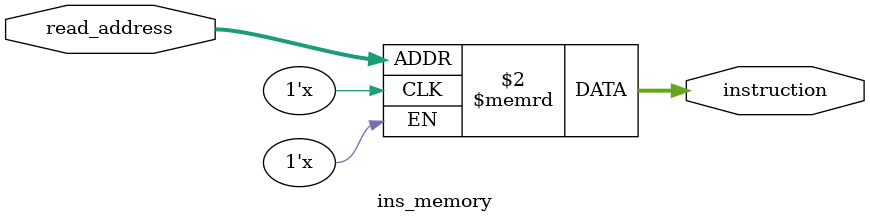
<source format=v>


module ins_memory(read_address,instruction);//instruction memory
input[15:0] read_address;
reg[15:0] registerFile[255:0];
output reg[15:0] instruction;
initial begin
instruction=registerFile[read_address];
end
endmodule

</source>
